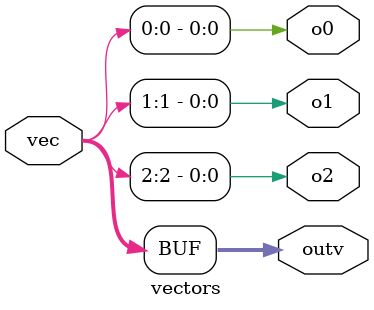
<source format=v>
module vectors( 
    input wire [2:0] vec,
    output wire [2:0] outv,
    output wire o2,
    output wire o1,
    output wire o0  
); 
	assign outv = vec;
    assign o0 = vec[0];
    assign o1 = vec[1];
    assign o2 = vec[2];
endmodule

</source>
